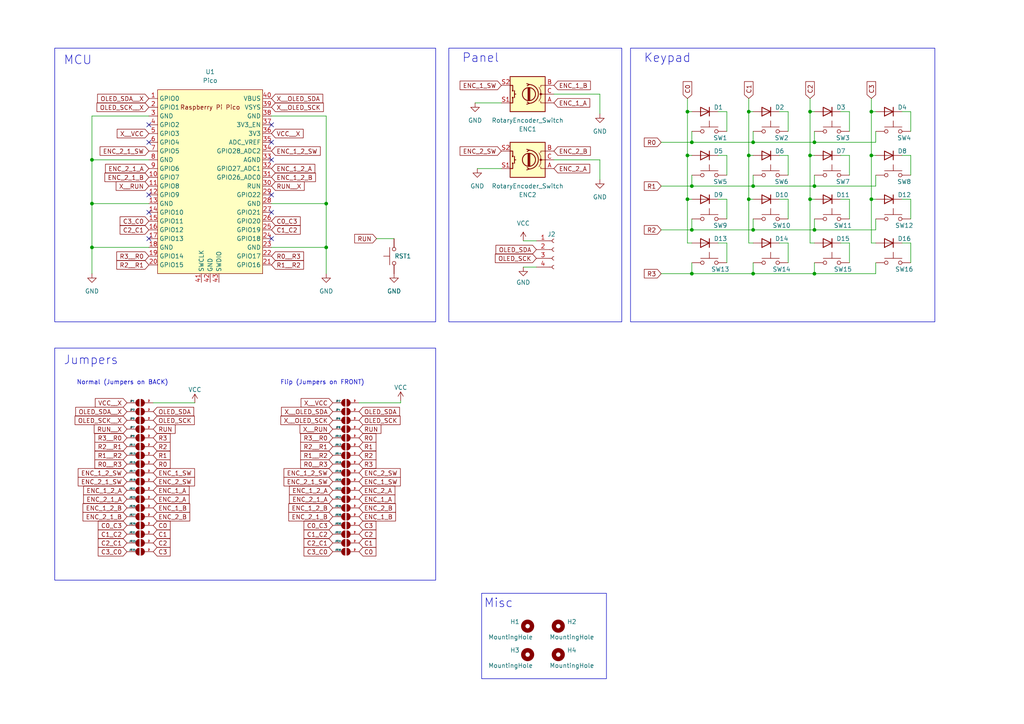
<source format=kicad_sch>
(kicad_sch (version 20230121) (generator eeschema)
  (paper "A4")
  (title_block (title "RPI Pico 4x4 Macropad /w 2x Rotary Switches") (date "2023-04-20") (rev "1.0") (company "Bogusław Łęcina i s-ka"))
  (lib_symbols
    (symbol "Connector:Conn_01x04_Socket" (pin_names (offset 1.016) hide)
      (property "Reference" "J" (at 0 5.08 0))
      (property "Value" "Conn_01x04_Socket" (at 0 -7.62 0))
      (symbol "Conn_01x04_Socket_1_1"
        (arc (start 0 -4.572) (mid -0.5058 -5.08) (end 0 -5.588) (stroke (width 0.1524)))
        (arc (start 0 -2.032) (mid -0.5058 -2.54) (end 0 -3.048) (stroke (width 0.1524)))
        (polyline (pts (xy -1.27 -5.08) (xy -0.508 -5.08)) (stroke (width 0.1524)))
        (polyline (pts (xy -1.27 -2.54) (xy -0.508 -2.54)) (stroke (width 0.1524)))
        (polyline (pts (xy -1.27 0) (xy -0.508 0)) (stroke (width 0.1524)))
        (polyline (pts (xy -1.27 2.54) (xy -0.508 2.54)) (stroke (width 0.1524)))
        (arc (start 0 0.508) (mid -0.5058 0) (end 0 -0.508) (stroke (width 0.1524)))
        (arc (start 0 3.048) (mid -0.5058 2.54) (end 0 2.032) (stroke (width 0.1524)))
        (pin passive line (at -5.08 2.54 0) (length 3.81) (name "Pin_1") (number "1"))
        (pin passive line (at -5.08 0 0) (length 3.81) (name "Pin_2") (number "2"))
        (pin passive line (at -5.08 -2.54 0) (length 3.81) (name "Pin_3") (number "3"))
        (pin passive line (at -5.08 -5.08 0) (length 3.81) (name "Pin_4") (number "4"))
      )
    )
    (symbol "Device:RotaryEncoder_Switch" (pin_names (offset 0.254) hide)
      (property "Reference" "SW" (at 0 6.604 0))
      (property "Value" "RotaryEncoder_Switch" (at 0 -6.604 0))
      (symbol "RotaryEncoder_Switch_0_1"
        (rectangle (start -5.08 5.08) (end 5.08 -5.08) (stroke (width 0.254)) (fill (type background)))
        (circle (center -3.81 0) (radius 0.254) (fill (type outline)))
        (circle (center -0.381 0) (radius 1.905) (stroke (width 0.254)))
        (arc (start -0.381 2.667) (mid -3.0988 -0.0635) (end -0.381 -2.794) (stroke (width 0.254)))
        (polyline (pts (xy -0.635 -1.778) (xy -0.635 1.778)) (stroke (width 0.254)))
        (polyline (pts (xy -0.381 -1.778) (xy -0.381 1.778)) (stroke (width 0.254)))
        (polyline (pts (xy -0.127 1.778) (xy -0.127 -1.778)) (stroke (width 0.254)))
        (polyline (pts (xy 3.81 0) (xy 3.429 0)) (stroke (width 0.254)))
        (polyline (pts (xy 3.81 1.016) (xy 3.81 -1.016)) (stroke (width 0.254)))
        (polyline (pts (xy -5.08 -2.54) (xy -3.81 -2.54) (xy -3.81 -2.032)))
        (polyline (pts (xy -5.08 2.54) (xy -3.81 2.54) (xy -3.81 2.032)))
        (polyline (pts (xy 0.254 -3.048) (xy -0.508 -2.794) (xy 0.127 -2.413)) (stroke (width 0.254)))
        (polyline (pts (xy 0.254 2.921) (xy -0.508 2.667) (xy 0.127 2.286)) (stroke (width 0.254)))
        (polyline (pts (xy 5.08 -2.54) (xy 4.318 -2.54) (xy 4.318 -1.016)) (stroke (width 0.254)))
        (polyline (pts (xy 5.08 2.54) (xy 4.318 2.54) (xy 4.318 1.016)) (stroke (width 0.254)))
        (polyline (pts (xy -5.08 0) (xy -3.81 0) (xy -3.81 -1.016) (xy -3.302 -2.032)))
        (polyline (pts (xy -4.318 0) (xy -3.81 0) (xy -3.81 1.016) (xy -3.302 2.032)))
        (circle (center 4.318 -1.016) (radius 0.127) (stroke (width 0.254)))
        (circle (center 4.318 1.016) (radius 0.127) (stroke (width 0.254)))
      )
      (symbol "RotaryEncoder_Switch_1_1"
        (pin passive line (at -7.62 2.54 0) (length 2.54) (name "A") (number "A"))
        (pin passive line (at -7.62 -2.54 0) (length 2.54) (name "B") (number "B"))
        (pin passive line (at -7.62 0 0) (length 2.54) (name "C") (number "C"))
        (pin passive line (at 7.62 2.54 180) (length 2.54) (name "S1") (number "S1"))
        (pin passive line (at 7.62 -2.54 180) (length 2.54) (name "S2") (number "S2"))
      )
    )
    (symbol "Diode:1N4148" (pin_numbers hide) (pin_names (offset 1.016) hide)
      (property "Reference" "D" (at 0 2.54 0))
      (property "Value" "1N4148" (at 0 -2.54 0))
      (symbol "1N4148_0_1"
        (polyline (pts (xy -1.27 1.27) (xy -1.27 -1.27)) (stroke (width 0.254)))
        (polyline (pts (xy 1.27 0) (xy -1.27 0)))
        (polyline (pts (xy 1.27 1.27) (xy 1.27 -1.27) (xy -1.27 0) (xy 1.27 1.27)) (stroke (width 0.254)))
      )
      (symbol "1N4148_1_1"
        (pin passive line (at -3.81 0 0) (length 2.54) (name "K") (number "1"))
        (pin passive line (at 3.81 0 180) (length 2.54) (name "A") (number "2"))
      )
    )
    (symbol "Jumper:SolderJumper_2_Open" (pin_names (offset 0) hide)
      (property "Reference" "JP15" (at -2.286 0.508 0))
      (symbol "SolderJumper_2_Open_0_1"
        (arc (start -0.254 1.016) (mid -1.2656 0) (end -0.254 -1.016))
        (arc (start -0.254 1.016) (mid -1.2656 0) (end -0.254 -1.016) (fill (type outline)))
        (polyline (pts (xy -0.254 1.016) (xy -0.254 -1.016)))
        (polyline (pts (xy 0.254 1.016) (xy 0.254 -1.016)))
        (arc (start 0.254 -1.016) (mid 1.2656 0) (end 0.254 1.016))
        (arc (start 0.254 -1.016) (mid 1.2656 0) (end 0.254 1.016) (fill (type outline)))
      )
      (symbol "SolderJumper_2_Open_1_1"
        (pin passive line (at -3.81 0 0) (length 2.54) (name "A") (number "1"))
        (pin passive line (at 3.81 0 180) (length 2.54) (name "B") (number "2"))
      )
    )
    (symbol "MCU_RaspberryPi_and_Boards:Pico"
      (property "Reference" "U1" (at 0 31.877 0))
      (property "Value" "Pico" (at 0 29.337 0))
      (symbol "Pico_0_0"
        (text "Raspberry Pi Pico" (at 0 21.59 0) (effects (font (size 1.27 1.27))))
      )
      (symbol "Pico_0_1"
        (rectangle (start -15.24 26.67) (end 15.24 -26.67) (fill (type background)))
      )
      (symbol "Pico_1_1"
        (pin bidirectional line (at -17.78 24.13 0) (length 2.54) (name "GPIO0") (number "1"))
        (pin bidirectional line (at -17.78 1.27 0) (length 2.54) (name "GPIO7") (number "10"))
        (pin bidirectional line (at -17.78 -1.27 0) (length 2.54) (name "GPIO8") (number "11"))
        (pin bidirectional line (at -17.78 -3.81 0) (length 2.54) (name "GPIO9") (number "12"))
        (pin power_in line (at -17.78 -6.35 0) (length 2.54) (name "GND") (number "13"))
        (pin bidirectional line (at -17.78 -8.89 0) (length 2.54) (name "GPIO10") (number "14"))
        (pin bidirectional line (at -17.78 -11.43 0) (length 2.54) (name "GPIO11") (number "15"))
        (pin bidirectional line (at -17.78 -13.97 0) (length 2.54) (name "GPIO12") (number "16"))
        (pin bidirectional line (at -17.78 -16.51 0) (length 2.54) (name "GPIO13") (number "17"))
        (pin power_in line (at -17.78 -19.05 0) (length 2.54) (name "GND") (number "18"))
        (pin bidirectional line (at -17.78 -21.59 0) (length 2.54) (name "GPIO14") (number "19"))
        (pin bidirectional line (at -17.78 21.59 0) (length 2.54) (name "GPIO1") (number "2"))
        (pin bidirectional line (at -17.78 -24.13 0) (length 2.54) (name "GPIO15") (number "20"))
        (pin bidirectional line (at 17.78 -24.13 180) (length 2.54) (name "GPIO16") (number "21"))
        (pin bidirectional line (at 17.78 -21.59 180) (length 2.54) (name "GPIO17") (number "22"))
        (pin power_in line (at 17.78 -19.05 180) (length 2.54) (name "GND") (number "23"))
        (pin bidirectional line (at 17.78 -16.51 180) (length 2.54) (name "GPIO18") (number "24"))
        (pin bidirectional line (at 17.78 -13.97 180) (length 2.54) (name "GPIO19") (number "25"))
        (pin bidirectional line (at 17.78 -11.43 180) (length 2.54) (name "GPIO20") (number "26"))
        (pin bidirectional line (at 17.78 -8.89 180) (length 2.54) (name "GPIO21") (number "27"))
        (pin power_in line (at 17.78 -6.35 180) (length 2.54) (name "GND") (number "28"))
        (pin bidirectional line (at 17.78 -3.81 180) (length 2.54) (name "GPIO22") (number "29"))
        (pin power_in line (at -17.78 19.05 0) (length 2.54) (name "GND") (number "3"))
        (pin input line (at 17.78 -1.27 180) (length 2.54) (name "RUN") (number "30"))
        (pin bidirectional line (at 17.78 1.27 180) (length 2.54) (name "GPIO26_ADC0") (number "31"))
        (pin bidirectional line (at 17.78 3.81 180) (length 2.54) (name "GPIO27_ADC1") (number "32"))
        (pin power_in line (at 17.78 6.35 180) (length 2.54) (name "AGND") (number "33"))
        (pin bidirectional line (at 17.78 8.89 180) (length 2.54) (name "GPIO28_ADC2") (number "34"))
        (pin power_in line (at 17.78 11.43 180) (length 2.54) (name "ADC_VREF") (number "35"))
        (pin power_in line (at 17.78 13.97 180) (length 2.54) (name "3V3") (number "36"))
        (pin input line (at 17.78 16.51 180) (length 2.54) (name "3V3_EN") (number "37"))
        (pin bidirectional line (at 17.78 19.05 180) (length 2.54) (name "GND") (number "38"))
        (pin power_in line (at 17.78 21.59 180) (length 2.54) (name "VSYS") (number "39"))
        (pin bidirectional line (at -17.78 16.51 0) (length 2.54) (name "GPIO2") (number "4"))
        (pin power_in line (at 17.78 24.13 180) (length 2.54) (name "VBUS") (number "40"))
        (pin input line (at -2.54 -29.21 90) (length 2.54) (name "SWCLK") (number "41"))
        (pin power_in line (at 0 -29.21 90) (length 2.54) (name "GND") (number "42"))
        (pin bidirectional line (at 2.54 -29.21 90) (length 2.54) (name "SWDIO") (number "43"))
        (pin bidirectional line (at -17.78 13.97 0) (length 2.54) (name "GPIO3") (number "5"))
        (pin bidirectional line (at -17.78 11.43 0) (length 2.54) (name "GPIO4") (number "6"))
        (pin bidirectional line (at -17.78 8.89 0) (length 2.54) (name "GPIO5") (number "7"))
        (pin power_in line (at -17.78 6.35 0) (length 2.54) (name "GND") (number "8"))
        (pin bidirectional line (at -17.78 3.81 0) (length 2.54) (name "GPIO6") (number "9"))
      )
    )
    (symbol "Mechanical:MountingHole" (pin_names (offset 1.016))
      (property "Reference" "H" (at 0 5.08 0))
      (property "Value" "MountingHole" (at 0 3.175 0))
      (symbol "MountingHole_0_1"
        (circle (center 0 0) (radius 1.27) (stroke (width 1.27)))
      )
    )
    (symbol "Switch:SW_Push" (pin_numbers hide) (pin_names (offset 1.016) hide)
      (property "Reference" "SW" (at 1.27 2.54 0))
      (property "Value" "SW_Push" (at 0 -1.524 0))
      (symbol "SW_Push_0_1"
        (circle (center -2.032 0) (radius 0.508))
        (polyline (pts (xy 0 1.27) (xy 0 3.048)))
        (polyline (pts (xy 2.54 1.27) (xy -2.54 1.27)))
        (circle (center 2.032 0) (radius 0.508))
        (pin passive line (at -5.08 0 0) (length 2.54) (name "1") (number "1"))
        (pin passive line (at 5.08 0 180) (length 2.54) (name "2") (number "2"))
      )
    )
    (symbol "power:GND" (power) (pin_names (offset 0))
      (property "Value" "GND" (at 0 -3.81 0))
      (symbol "GND_0_1"
        (polyline (pts (xy 0 0) (xy 0 -1.27) (xy 1.27 -1.27) (xy 0 -2.54) (xy -1.27 -1.27) (xy 0 -1.27)))
      )
      (symbol "GND_1_1"
        (pin power_in line (at 0 0 270) (length 0) hide (name "GND") (number "1"))
      )
    )
    (symbol "power:VCC" (power) (pin_names (offset 0))
      (property "Value" "VCC" (at 0 3.81 0))
      (symbol "VCC_0_1"
        (polyline (pts (xy -0.762 1.27) (xy 0 2.54)))
        (polyline (pts (xy 0 0) (xy 0 2.54)))
        (polyline (pts (xy 0 2.54) (xy 0.762 1.27)))
      )
      (symbol "VCC_1_1"
        (pin power_in line (at 0 0 90) (length 0) hide (name "VCC") (number "1"))
      )
    )
  )
  (junction (at 26.67 46.355))
  (junction (at 94.615 71.755))
  (junction (at 218.44 79.375))
  (junction (at 199.39 45.085))
  (junction (at 236.22 41.275))
  (junction (at 252.73 45.085))
  (junction (at 252.73 57.785))
  (junction (at 217.17 45.085))
  (junction (at 200.66 41.275))
  (junction (at 217.17 57.785))
  (junction (at 217.17 32.385))
  (junction (at 199.39 57.785))
  (junction (at 199.39 32.385))
  (junction (at 26.67 59.055))
  (junction (at 236.22 66.675))
  (junction (at 252.73 32.385))
  (junction (at 218.44 66.675))
  (junction (at 200.66 53.975))
  (junction (at 218.44 41.275))
  (junction (at 200.66 66.675))
  (junction (at 234.95 57.785))
  (junction (at 200.66 79.375))
  (junction (at 26.67 71.755))
  (junction (at 234.95 32.385))
  (junction (at 236.22 79.375))
  (junction (at 218.44 53.975))
  (junction (at 94.615 59.055))
  (junction (at 236.22 53.975))
  (junction (at 234.95 45.085))
  (no_connect (at 78.74 36.195))
  (no_connect (at 43.18 36.195))
  (no_connect (at 43.18 61.595))
  (no_connect (at 43.18 56.515))
  (no_connect (at 43.18 69.215))
  (no_connect (at 78.74 46.355))
  (no_connect (at 78.74 41.275))
  (no_connect (at 78.74 69.215))
  (no_connect (at 78.74 56.515))
  (no_connect (at 78.74 61.595))
  (no_connect (at 43.18 41.275))
  (wire (pts (xy 264.16 70.485) (xy 261.62 70.485)))
  (wire (pts (xy 264.16 63.5) (xy 264.16 57.785)))
  (wire (pts (xy 94.615 71.755) (xy 94.615 79.375)))
  (wire (pts (xy 210.82 38.1) (xy 210.82 32.385)))
  (wire (pts (xy 26.67 46.355) (xy 26.67 59.055)))
  (wire (pts (xy 210.82 50.8) (xy 210.82 45.085)))
  (wire (pts (xy 236.22 38.1) (xy 236.22 41.275)))
  (wire (pts (xy 210.82 63.5) (xy 210.82 57.785)))
  (wire (pts (xy 246.38 38.1) (xy 246.38 32.385)))
  (wire (pts (xy 234.95 57.785) (xy 234.95 45.085)))
  (wire (pts (xy 200.66 38.1) (xy 200.66 41.275)))
  (wire (pts (xy 228.6 76.2) (xy 228.6 70.485)))
  (wire (pts (xy 217.17 28.575) (xy 217.17 32.385)))
  (wire (pts (xy 234.95 32.385) (xy 236.22 32.385)))
  (wire (pts (xy 210.82 45.085) (xy 208.28 45.085)))
  (wire (pts (xy 138.43 48.895) (xy 145.415 48.895)))
  (wire (pts (xy 246.38 76.2) (xy 246.38 70.485)))
  (wire (pts (xy 228.6 32.385) (xy 226.06 32.385)))
  (wire (pts (xy 246.38 63.5) (xy 246.38 57.785)))
  (wire (pts (xy 246.38 32.385) (xy 243.84 32.385)))
  (wire (pts (xy 26.67 59.055) (xy 26.67 71.755)))
  (wire (pts (xy 94.615 59.055) (xy 94.615 71.755)))
  (wire (pts (xy 236.22 66.675) (xy 254 66.675)))
  (wire (pts (xy 264.16 32.385) (xy 261.62 32.385)))
  (wire (pts (xy 252.73 32.385) (xy 254 32.385)))
  (wire (pts (xy 173.99 27.305) (xy 173.99 33.02)))
  (wire (pts (xy 200.66 79.375) (xy 218.44 79.375)))
  (wire (pts (xy 218.44 66.675) (xy 236.22 66.675)))
  (wire (pts (xy 78.74 71.755) (xy 94.615 71.755)))
  (wire (pts (xy 234.95 28.575) (xy 234.95 32.385)))
  (wire (pts (xy 217.17 45.085) (xy 218.44 45.085)))
  (wire (pts (xy 104.14 116.84) (xy 116.205 116.84)))
  (wire (pts (xy 200.66 70.485) (xy 199.39 70.485)))
  (wire (pts (xy 210.82 32.385) (xy 208.28 32.385)))
  (wire (pts (xy 228.6 70.485) (xy 226.06 70.485)))
  (wire (pts (xy 228.6 38.1) (xy 228.6 32.385)))
  (wire (pts (xy 26.67 59.055) (xy 43.18 59.055)))
  (wire (pts (xy 218.44 38.1) (xy 218.44 41.275)))
  (wire (pts (xy 236.22 50.8) (xy 236.22 53.975)))
  (wire (pts (xy 200.66 76.2) (xy 200.66 79.375)))
  (wire (pts (xy 234.95 70.485) (xy 234.95 57.785)))
  (wire (pts (xy 236.22 63.5) (xy 236.22 66.675)))
  (wire (pts (xy 218.44 50.8) (xy 218.44 53.975)))
  (wire (pts (xy 254 57.785) (xy 252.73 57.785)))
  (wire (pts (xy 228.6 63.5) (xy 228.6 57.785)))
  (wire (pts (xy 137.795 29.845) (xy 145.415 29.845)))
  (wire (pts (xy 236.22 70.485) (xy 234.95 70.485)))
  (wire (pts (xy 254 79.375) (xy 254 76.2)))
  (wire (pts (xy 109.22 69.215) (xy 114.3 69.215)))
  (wire (pts (xy 199.39 32.385) (xy 199.39 45.085)))
  (wire (pts (xy 26.67 71.755) (xy 43.18 71.755)))
  (wire (pts (xy 252.73 45.085) (xy 254 45.085)))
  (wire (pts (xy 218.44 79.375) (xy 236.22 79.375)))
  (wire (pts (xy 43.18 33.655) (xy 26.67 33.655)))
  (wire (pts (xy 228.6 45.085) (xy 226.06 45.085)))
  (wire (pts (xy 264.16 57.785) (xy 261.62 57.785)))
  (wire (pts (xy 246.38 70.485) (xy 243.84 70.485)))
  (wire (pts (xy 116.205 116.84) (xy 116.205 116.205)))
  (wire (pts (xy 236.22 79.375) (xy 254 79.375)))
  (wire (pts (xy 199.39 28.575) (xy 199.39 32.385)))
  (wire (pts (xy 217.17 32.385) (xy 217.17 45.085)))
  (wire (pts (xy 228.6 57.785) (xy 226.06 57.785)))
  (wire (pts (xy 94.615 33.655) (xy 94.615 59.055)))
  (wire (pts (xy 199.39 32.385) (xy 200.66 32.385)))
  (wire (pts (xy 173.99 46.355) (xy 173.99 52.07)))
  (wire (pts (xy 252.73 70.485) (xy 252.73 57.785)))
  (wire (pts (xy 191.77 41.275) (xy 200.66 41.275)))
  (wire (pts (xy 236.22 53.975) (xy 254 53.975)))
  (wire (pts (xy 218.44 41.275) (xy 200.66 41.275)))
  (wire (pts (xy 254 63.5) (xy 254 66.675)))
  (wire (pts (xy 254 53.975) (xy 254 50.8)))
  (wire (pts (xy 78.74 33.655) (xy 94.615 33.655)))
  (wire (pts (xy 218.44 63.5) (xy 218.44 66.675)))
  (wire (pts (xy 236.22 57.785) (xy 234.95 57.785)))
  (wire (pts (xy 252.73 28.575) (xy 252.73 32.385)))
  (wire (pts (xy 200.66 57.785) (xy 199.39 57.785)))
  (wire (pts (xy 254 70.485) (xy 252.73 70.485)))
  (wire (pts (xy 264.16 38.1) (xy 264.16 32.385)))
  (wire (pts (xy 151.765 77.47) (xy 155.575 77.47)))
  (wire (pts (xy 26.67 33.655) (xy 26.67 46.355)))
  (wire (pts (xy 199.39 70.485) (xy 199.39 57.785)))
  (wire (pts (xy 236.22 41.275) (xy 254 41.275)))
  (wire (pts (xy 236.22 76.2) (xy 236.22 79.375)))
  (wire (pts (xy 252.73 32.385) (xy 252.73 45.085)))
  (wire (pts (xy 218.44 41.275) (xy 236.22 41.275)))
  (wire (pts (xy 160.655 27.305) (xy 173.99 27.305)))
  (wire (pts (xy 218.44 53.975) (xy 236.22 53.975)))
  (wire (pts (xy 218.44 76.2) (xy 218.44 79.375)))
  (wire (pts (xy 44.45 116.84) (xy 56.515 116.84)))
  (wire (pts (xy 200.66 66.675) (xy 218.44 66.675)))
  (wire (pts (xy 246.38 50.8) (xy 246.38 45.085)))
  (wire (pts (xy 191.77 66.675) (xy 200.66 66.675)))
  (wire (pts (xy 151.765 69.85) (xy 155.575 69.85)))
  (wire (pts (xy 200.66 50.8) (xy 200.66 53.975)))
  (wire (pts (xy 217.17 57.785) (xy 217.17 45.085)))
  (wire (pts (xy 264.16 45.085) (xy 261.62 45.085)))
  (wire (pts (xy 191.77 53.975) (xy 200.66 53.975)))
  (wire (pts (xy 200.66 63.5) (xy 200.66 66.675)))
  (wire (pts (xy 200.66 53.975) (xy 218.44 53.975)))
  (wire (pts (xy 234.95 45.085) (xy 236.22 45.085)))
  (wire (pts (xy 234.95 32.385) (xy 234.95 45.085)))
  (wire (pts (xy 199.39 45.085) (xy 200.66 45.085)))
  (wire (pts (xy 218.44 57.785) (xy 217.17 57.785)))
  (wire (pts (xy 228.6 50.8) (xy 228.6 45.085)))
  (wire (pts (xy 254 38.1) (xy 254 41.275)))
  (wire (pts (xy 264.16 50.8) (xy 264.16 45.085)))
  (wire (pts (xy 26.67 46.355) (xy 43.18 46.355)))
  (wire (pts (xy 246.38 45.085) (xy 243.84 45.085)))
  (wire (pts (xy 191.77 79.375) (xy 200.66 79.375)))
  (wire (pts (xy 217.17 70.485) (xy 217.17 57.785)))
  (wire (pts (xy 210.82 57.785) (xy 208.28 57.785)))
  (wire (pts (xy 26.67 71.755) (xy 26.67 79.375)))
  (wire (pts (xy 252.73 57.785) (xy 252.73 45.085)))
  (wire (pts (xy 246.38 57.785) (xy 243.84 57.785)))
  (wire (pts (xy 199.39 57.785) (xy 199.39 45.085)))
  (wire (pts (xy 217.17 32.385) (xy 218.44 32.385)))
  (wire (pts (xy 264.16 76.2) (xy 264.16 70.485)))
  (wire (pts (xy 78.74 59.055) (xy 94.615 59.055)))
  (wire (pts (xy 160.655 46.355) (xy 173.99 46.355)))
  (wire (pts (xy 210.82 70.485) (xy 208.28 70.485)))
  (wire (pts (xy 218.44 70.485) (xy 217.17 70.485)))
  (wire (pts (xy 210.82 76.2) (xy 210.82 70.485)))
  (rectangle (start 139.7 172.085) (end 175.895 196.85))
  (rectangle (start 182.88 13.97) (end 271.145 93.345))
  (rectangle (start 15.875 13.97) (end 126.365 93.345))
  (rectangle (start 130.175 13.97) (end 180.34 93.345))
  (rectangle (start 15.875 100.965) (end 126.365 168.275))
  (text "Keypad" (at 186.69 18.415 0) (effects (font (size 2.54 2.54)) (justify left bottom)))
  (text "Misc" (at 140.335 176.53 0) (effects (font (size 2.54 2.54)) (justify left bottom)))
  (text "Jumpers" (at 18.415 106.045 0) (effects (font (size 2.54 2.54)) (justify left bottom)))
  (text "Flip (Jumpers on FRONT)" (at 81.28 111.76 0) (effects (font (size 1.27 1.27)) (justify left bottom)))
  (text "Normal (Jumpers on BACK)" (at 22.225 111.76 0) (effects (font (size 1.27 1.27)) (justify left bottom)))
  (text "MCU" (at 18.415 19.05 0) (effects (font (size 2.54 2.54)) (justify left bottom)))
  (text "Panel" (at 133.985 18.415 0) (effects (font (size 2.54 2.54)) (justify left bottom)))
  (global_label "R3__R0" (shape input) (at 43.18 74.295 180) (property "Intersheetrefs" "${INTERSHEET_REFS}" (effects hide)))
  (global_label "X__VCC" (shape input) (at 43.18 38.735 180) (property "Intersheetrefs" "${INTERSHEET_REFS}" (effects hide)))
  (global_label "X__OLED_SDA" (shape input) (at 96.52 119.38 180) (property "Intersheetrefs" "${INTERSHEET_REFS}" (effects hide)))
  (global_label "ENC_2_1_B" (shape input) (at 36.83 149.86 180) (property "Intersheetrefs" "${INTERSHEET_REFS}" (effects hide)))
  (global_label "R2" (shape input) (at 44.45 129.54 0) (property "Intersheetrefs" "${INTERSHEET_REFS}" (effects hide)))
  (global_label "R1" (shape input) (at 44.45 132.08 0) (property "Intersheetrefs" "${INTERSHEET_REFS}" (effects hide)))
  (global_label "ENC_2_SW" (shape input) (at 44.45 139.7 0) (property "Intersheetrefs" "${INTERSHEET_REFS}" (effects hide)))
  (global_label "X__OLED_SDA" (shape input) (at 78.74 28.575 0) (property "Intersheetrefs" "${INTERSHEET_REFS}" (effects hide)))
  (global_label "VCC__X" (shape input) (at 78.74 38.735 0) (property "Intersheetrefs" "${INTERSHEET_REFS}" (effects hide)))
  (global_label "R1" (shape input) (at 104.14 129.54 0) (property "Intersheetrefs" "${INTERSHEET_REFS}" (effects hide)))
  (global_label "C3_C0" (shape input) (at 36.83 160.02 180) (property "Intersheetrefs" "${INTERSHEET_REFS}" (effects hide)))
  (global_label "ENC_2_1_SW" (shape input) (at 36.83 139.7 180) (property "Intersheetrefs" "${INTERSHEET_REFS}" (effects hide)))
  (global_label "ENC_2_B" (shape input) (at 160.655 43.815 0) (property "Intersheetrefs" "${INTERSHEET_REFS}" (effects hide)))
  (global_label "C0_C3" (shape input) (at 78.74 64.135 0) (property "Intersheetrefs" "${INTERSHEET_REFS}" (effects hide)))
  (global_label "X__VCC" (shape input) (at 96.52 116.84 180) (property "Intersheetrefs" "${INTERSHEET_REFS}" (effects hide)))
  (global_label "C0" (shape input) (at 104.14 160.02 0) (property "Intersheetrefs" "${INTERSHEET_REFS}" (effects hide)))
  (global_label "C2_C1" (shape input) (at 43.18 66.675 180) (property "Intersheetrefs" "${INTERSHEET_REFS}" (effects hide)))
  (global_label "ENC_1_A" (shape input) (at 104.14 144.78 0) (property "Intersheetrefs" "${INTERSHEET_REFS}" (effects hide)))
  (global_label "ENC_2_A" (shape input) (at 104.14 142.24 0) (property "Intersheetrefs" "${INTERSHEET_REFS}" (effects hide)))
  (global_label "R3__R0" (shape input) (at 96.52 127 180) (property "Intersheetrefs" "${INTERSHEET_REFS}" (effects hide)))
  (global_label "ENC_2_1_SW" (shape input) (at 96.52 139.7 180) (property "Intersheetrefs" "${INTERSHEET_REFS}" (effects hide)))
  (global_label "ENC_2_1_A" (shape input) (at 43.18 48.895 180) (property "Intersheetrefs" "${INTERSHEET_REFS}" (effects hide)))
  (global_label "ENC_1_2_B" (shape input) (at 36.83 147.32 180) (property "Intersheetrefs" "${INTERSHEET_REFS}" (effects hide)))
  (global_label "C1" (shape input) (at 104.14 157.48 0) (property "Intersheetrefs" "${INTERSHEET_REFS}" (effects hide)))
  (global_label "C1" (shape input) (at 44.45 154.94 0) (property "Intersheetrefs" "${INTERSHEET_REFS}" (effects hide)))
  (global_label "ENC_2_A" (shape input) (at 160.655 48.895 0) (property "Intersheetrefs" "${INTERSHEET_REFS}" (effects hide)))
  (global_label "OLED_SDA" (shape input) (at 104.14 119.38 0) (property "Intersheetrefs" "${INTERSHEET_REFS}" (effects hide)))
  (global_label "C1_C2" (shape input) (at 96.52 154.94 180) (property "Intersheetrefs" "${INTERSHEET_REFS}" (effects hide)))
  (global_label "OLED_SDA__X" (shape input) (at 36.83 119.38 180) (property "Intersheetrefs" "${INTERSHEET_REFS}" (effects hide)))
  (global_label "C0" (shape input) (at 44.45 152.4 0) (property "Intersheetrefs" "${INTERSHEET_REFS}" (effects hide)))
  (global_label "C3" (shape input) (at 104.14 152.4 0) (property "Intersheetrefs" "${INTERSHEET_REFS}" (effects hide)))
  (global_label "RUN" (shape input) (at 104.14 124.46 0) (property "Intersheetrefs" "${INTERSHEET_REFS}" (effects hide)))
  (global_label "ENC_2_1_B" (shape input) (at 43.18 51.435 180) (property "Intersheetrefs" "${INTERSHEET_REFS}" (effects hide)))
  (global_label "VCC__X" (shape input) (at 36.83 116.84 180) (property "Intersheetrefs" "${INTERSHEET_REFS}" (effects hide)))
  (global_label "C2" (shape input) (at 44.45 157.48 0) (property "Intersheetrefs" "${INTERSHEET_REFS}" (effects hide)))
  (global_label "R0" (shape input) (at 104.14 127 0) (property "Intersheetrefs" "${INTERSHEET_REFS}" (effects hide)))
  (global_label "C3" (shape input) (at 252.73 28.575 90) (property "Intersheetrefs" "${INTERSHEET_REFS}" (effects hide)))
  (global_label "C0_C3" (shape input) (at 96.52 152.4 180) (property "Intersheetrefs" "${INTERSHEET_REFS}" (effects hide)))
  (global_label "R1" (shape input) (at 191.77 53.975 180) (property "Intersheetrefs" "${INTERSHEET_REFS}" (effects hide)))
  (global_label "X__RUN" (shape input) (at 43.18 53.975 180) (property "Intersheetrefs" "${INTERSHEET_REFS}" (effects hide)))
  (global_label "R3" (shape input) (at 104.14 134.62 0) (property "Intersheetrefs" "${INTERSHEET_REFS}" (effects hide)))
  (global_label "C2_C1" (shape input) (at 96.52 157.48 180) (property "Intersheetrefs" "${INTERSHEET_REFS}" (effects hide)))
  (global_label "R2" (shape input) (at 191.77 66.675 180) (property "Intersheetrefs" "${INTERSHEET_REFS}" (effects hide)))
  (global_label "ENC_2_1_SW" (shape input) (at 43.18 43.815 180) (property "Intersheetrefs" "${INTERSHEET_REFS}" (effects hide)))
  (global_label "C0" (shape input) (at 199.39 28.575 90) (property "Intersheetrefs" "${INTERSHEET_REFS}" (effects hide)))
  (global_label "C2_C1" (shape input) (at 36.83 157.48 180) (property "Intersheetrefs" "${INTERSHEET_REFS}" (effects hide)))
  (global_label "ENC_2_B" (shape input) (at 44.45 149.86 0) (property "Intersheetrefs" "${INTERSHEET_REFS}" (effects hide)))
  (global_label "R2__R1" (shape input) (at 96.52 129.54 180) (property "Intersheetrefs" "${INTERSHEET_REFS}" (effects hide)))
  (global_label "ENC_2_SW" (shape input) (at 145.415 43.815 180) (property "Intersheetrefs" "${INTERSHEET_REFS}" (effects hide)))
  (global_label "ENC_1_B" (shape input) (at 44.45 147.32 0) (property "Intersheetrefs" "${INTERSHEET_REFS}" (effects hide)))
  (global_label "ENC_2_SW" (shape input) (at 104.14 137.16 0) (property "Intersheetrefs" "${INTERSHEET_REFS}" (effects hide)))
  (global_label "ENC_1_2_SW" (shape input) (at 36.83 137.16 180) (property "Intersheetrefs" "${INTERSHEET_REFS}" (effects hide)))
  (global_label "C1_C2" (shape input) (at 78.74 66.675 0) (property "Intersheetrefs" "${INTERSHEET_REFS}" (effects hide)))
  (global_label "C1" (shape input) (at 217.17 28.575 90) (property "Intersheetrefs" "${INTERSHEET_REFS}" (effects hide)))
  (global_label "R3__R0" (shape input) (at 36.83 127 180) (property "Intersheetrefs" "${INTERSHEET_REFS}" (effects hide)))
  (global_label "RUN__X" (shape input) (at 36.83 124.46 180) (property "Intersheetrefs" "${INTERSHEET_REFS}" (effects hide)))
  (global_label "R2" (shape input) (at 104.14 132.08 0) (property "Intersheetrefs" "${INTERSHEET_REFS}" (effects hide)))
  (global_label "ENC_1_2_B" (shape input) (at 96.52 147.32 180) (property "Intersheetrefs" "${INTERSHEET_REFS}" (effects hide)))
  (global_label "ENC_2_1_B" (shape input) (at 96.52 149.86 180) (property "Intersheetrefs" "${INTERSHEET_REFS}" (effects hide)))
  (global_label "RUN__X" (shape input) (at 78.74 53.975 0) (property "Intersheetrefs" "${INTERSHEET_REFS}" (effects hide)))
  (global_label "C1_C2" (shape input) (at 36.83 154.94 180) (property "Intersheetrefs" "${INTERSHEET_REFS}" (effects hide)))
  (global_label "ENC_1_2_SW" (shape input) (at 96.52 137.16 180) (property "Intersheetrefs" "${INTERSHEET_REFS}" (effects hide)))
  (global_label "R1__R2" (shape input) (at 78.74 76.835 0) (property "Intersheetrefs" "${INTERSHEET_REFS}" (effects hide)))
  (global_label "C0_C3" (shape input) (at 36.83 152.4 180) (property "Intersheetrefs" "${INTERSHEET_REFS}" (effects hide)))
  (global_label "R0" (shape input) (at 44.45 134.62 0) (property "Intersheetrefs" "${INTERSHEET_REFS}" (effects hide)))
  (global_label "R0__R3" (shape input) (at 78.74 74.295 0) (property "Intersheetrefs" "${INTERSHEET_REFS}" (effects hide)))
  (global_label "R0" (shape input) (at 191.77 41.275 180) (property "Intersheetrefs" "${INTERSHEET_REFS}" (effects hide)))
  (global_label "ENC_2_1_A" (shape input) (at 36.83 144.78 180) (property "Intersheetrefs" "${INTERSHEET_REFS}" (effects hide)))
  (global_label "R2__R1" (shape input) (at 43.18 76.835 180) (property "Intersheetrefs" "${INTERSHEET_REFS}" (effects hide)))
  (global_label "R1__R2" (shape input) (at 96.52 132.08 180) (property "Intersheetrefs" "${INTERSHEET_REFS}" (effects hide)))
  (global_label "R0__R3" (shape input) (at 36.83 134.62 180) (property "Intersheetrefs" "${INTERSHEET_REFS}" (effects hide)))
  (global_label "OLED_SCK" (shape input) (at 155.575 74.93 180) (property "Intersheetrefs" "${INTERSHEET_REFS}" (effects hide)))
  (global_label "ENC_1_B" (shape input) (at 104.14 149.86 0) (property "Intersheetrefs" "${INTERSHEET_REFS}" (effects hide)))
  (global_label "ENC_1_2_SW" (shape input) (at 78.74 43.815 0) (property "Intersheetrefs" "${INTERSHEET_REFS}" (effects hide)))
  (global_label "C3" (shape input) (at 44.45 160.02 0) (property "Intersheetrefs" "${INTERSHEET_REFS}" (effects hide)))
  (global_label "ENC_1_SW" (shape input) (at 145.415 24.765 180) (property "Intersheetrefs" "${INTERSHEET_REFS}" (effects hide)))
  (global_label "C3_C0" (shape input) (at 96.52 160.02 180) (property "Intersheetrefs" "${INTERSHEET_REFS}" (effects hide)))
  (global_label "ENC_1_2_A" (shape input) (at 36.83 142.24 180) (property "Intersheetrefs" "${INTERSHEET_REFS}" (effects hide)))
  (global_label "R2__R1" (shape input) (at 36.83 129.54 180) (property "Intersheetrefs" "${INTERSHEET_REFS}" (effects hide)))
  (global_label "X__OLED_SCK" (shape input) (at 78.74 31.115 0) (property "Intersheetrefs" "${INTERSHEET_REFS}" (effects hide)))
  (global_label "OLED_SCK" (shape input) (at 104.14 121.92 0) (property "Intersheetrefs" "${INTERSHEET_REFS}" (effects hide)))
  (global_label "X__RUN" (shape input) (at 96.52 124.46 180) (property "Intersheetrefs" "${INTERSHEET_REFS}" (effects hide)))
  (global_label "ENC_1_B" (shape input) (at 160.655 24.765 0) (property "Intersheetrefs" "${INTERSHEET_REFS}" (effects hide)))
  (global_label "OLED_SCK__X" (shape input) (at 43.18 31.115 180) (property "Intersheetrefs" "${INTERSHEET_REFS}" (effects hide)))
  (global_label "C3_C0" (shape input) (at 43.18 64.135 180) (property "Intersheetrefs" "${INTERSHEET_REFS}" (effects hide)))
  (global_label "ENC_2_A" (shape input) (at 44.45 144.78 0) (property "Intersheetrefs" "${INTERSHEET_REFS}" (effects hide)))
  (global_label "OLED_SCK__X" (shape input) (at 36.83 121.92 180) (property "Intersheetrefs" "${INTERSHEET_REFS}" (effects hide)))
  (global_label "OLED_SDA" (shape input) (at 155.575 72.39 180) (property "Intersheetrefs" "${INTERSHEET_REFS}" (effects hide)))
  (global_label "RUN" (shape input) (at 44.45 124.46 0) (property "Intersheetrefs" "${INTERSHEET_REFS}" (effects hide)))
  (global_label "C2" (shape input) (at 104.14 154.94 0) (property "Intersheetrefs" "${INTERSHEET_REFS}" (effects hide)))
  (global_label "ENC_2_1_A" (shape input) (at 96.52 144.78 180) (property "Intersheetrefs" "${INTERSHEET_REFS}" (effects hide)))
  (global_label "ENC_1_A" (shape input) (at 160.655 29.845 0) (property "Intersheetrefs" "${INTERSHEET_REFS}" (effects hide)))
  (global_label "X__OLED_SCK" (shape input) (at 96.52 121.92 180) (property "Intersheetrefs" "${INTERSHEET_REFS}" (effects hide)))
  (global_label "C2" (shape input) (at 234.95 28.575 90) (property "Intersheetrefs" "${INTERSHEET_REFS}" (effects hide)))
  (global_label "OLED_SCK" (shape input) (at 44.45 121.92 0) (property "Intersheetrefs" "${INTERSHEET_REFS}" (effects hide)))
  (global_label "ENC_1_SW" (shape input) (at 104.14 139.7 0) (property "Intersheetrefs" "${INTERSHEET_REFS}" (effects hide)))
  (global_label "RUN" (shape input) (at 109.22 69.215 180) (property "Intersheetrefs" "${INTERSHEET_REFS}" (effects hide)))
  (global_label "OLED_SDA__X" (shape input) (at 43.18 28.575 180) (property "Intersheetrefs" "${INTERSHEET_REFS}" (effects hide)))
  (global_label "OLED_SDA" (shape input) (at 44.45 119.38 0) (property "Intersheetrefs" "${INTERSHEET_REFS}" (effects hide)))
  (global_label "R3" (shape input) (at 191.77 79.375 180) (property "Intersheetrefs" "${INTERSHEET_REFS}" (effects hide)))
  (global_label "R3" (shape input) (at 44.45 127 0) (property "Intersheetrefs" "${INTERSHEET_REFS}" (effects hide)))
  (global_label "ENC_1_A" (shape input) (at 44.45 142.24 0) (property "Intersheetrefs" "${INTERSHEET_REFS}" (effects hide)))
  (global_label "ENC_1_2_A" (shape input) (at 78.74 48.895 0) (property "Intersheetrefs" "${INTERSHEET_REFS}" (effects hide)))
  (global_label "ENC_1_SW" (shape input) (at 44.45 137.16 0) (property "Intersheetrefs" "${INTERSHEET_REFS}" (effects hide)))
  (global_label "ENC_1_2_B" (shape input) (at 78.74 51.435 0) (property "Intersheetrefs" "${INTERSHEET_REFS}" (effects hide)))
  (global_label "R0__R3" (shape input) (at 96.52 134.62 180) (property "Intersheetrefs" "${INTERSHEET_REFS}" (effects hide)))
  (global_label "ENC_1_2_A" (shape input) (at 96.52 142.24 180) (property "Intersheetrefs" "${INTERSHEET_REFS}" (effects hide)))
  (global_label "ENC_2_B" (shape input) (at 104.14 147.32 0) (property "Intersheetrefs" "${INTERSHEET_REFS}" (effects hide)))
  (global_label "R1__R2" (shape input) (at 36.83 132.08 180) (property "Intersheetrefs" "${INTERSHEET_REFS}" (effects hide)))
  (symbol (lib_id "Jumper:SolderJumper_2_Open") (at 40.64 144.78 0) (unit 1)
    (property "Reference" "JP23" (at 38.354 144.272 0) (effects (font (size 0.5 0.5))))
    (property "Value" "SolderJumper_2_Open" (effects hide))
    (property "Footprint" "cherry_with_keycap:jumper" (effects hide))
  )
  (symbol (lib_id "Jumper:SolderJumper_2_Open") (at 40.64 152.4 0) (unit 1)
    (property "Reference" "JP29" (at 38.354 151.892 0) (effects (font (size 0.5 0.5))))
    (property "Value" "SolderJumper_2_Open" (effects hide))
    (property "Footprint" "cherry_with_keycap:jumper" (effects hide))
  )
  (symbol (lib_id "Jumper:SolderJumper_2_Open") (at 100.33 124.46 0) (unit 1)
    (property "Reference" "JP8" (at 98.044 123.952 0) (effects (font (size 0.5 0.5))))
    (property "Value" "SolderJumper_2_Open" (effects hide))
    (property "Footprint" "cherry_with_keycap:jumper" (effects hide))
  )
  (symbol (lib_id "Jumper:SolderJumper_2_Open") (at 100.33 149.86 0) (unit 1)
    (property "Reference" "JP28" (at 98.044 149.352 0) (effects (font (size 0.5 0.5))))
    (property "Value" "SolderJumper_2_Open" (effects hide))
    (property "Footprint" "cherry_with_keycap:jumper" (effects hide))
  )
  (symbol (lib_id "Switch:SW_Push") (at 241.3 38.1 0) (unit 1)
    (property "Reference" "SW3" (at 244.475 40.005 0))
    (property "Value" "SW_Push" (effects hide))
    (property "Footprint" "cherry_with_keycap:SW_Cherry_MX_PCB_1.00u" (effects hide))
  )
  (symbol (lib_id "Mechanical:MountingHole") (at 153.035 189.865 0) (unit 1)
    (property "Reference" "H3" (at 147.955 188.595 0) (effects (justify left)))
    (property "Value" "MountingHole" (at 141.605 193.04 0) (effects (justify left)))
    (property "Footprint" "MountingHole:MountingHole_2.2mm_M2" (effects hide))
  )
  (symbol (lib_id "Switch:SW_Push") (at 259.08 50.8 0) (unit 1)
    (property "Reference" "SW8" (at 262.255 52.705 0))
    (property "Value" "SW_Push" (effects hide))
    (property "Footprint" "cherry_with_keycap:SW_Cherry_MX_PCB_1.00u" (effects hide))
  )
  (symbol (lib_id "Jumper:SolderJumper_2_Open") (at 40.64 154.94 0) (unit 1)
    (property "Reference" "JP31" (at 38.354 154.432 0) (effects (font (size 0.5 0.5))))
    (property "Value" "SolderJumper_2_Open" (effects hide))
    (property "Footprint" "cherry_with_keycap:jumper" (effects hide))
  )
  (symbol (lib_id "Jumper:SolderJumper_2_Open") (at 100.33 154.94 0) (unit 1)
    (property "Reference" "JP32" (at 98.044 154.432 0) (effects (font (size 0.5 0.5))))
    (property "Value" "SolderJumper_2_Open" (effects hide))
    (property "Footprint" "cherry_with_keycap:jumper" (effects hide))
  )
  (symbol (lib_id "Jumper:SolderJumper_2_Open") (at 100.33 132.08 0) (unit 1)
    (property "Reference" "JP14" (at 98.044 131.572 0) (effects (font (size 0.5 0.5))))
    (property "Value" "SolderJumper_2_Open" (effects hide))
    (property "Footprint" "cherry_with_keycap:jumper" (effects hide))
  )
  (symbol (lib_id "Jumper:SolderJumper_2_Open") (at 40.64 160.02 0) (unit 1)
    (property "Reference" "JP35" (at 38.354 159.512 0) (effects (font (size 0.5 0.5))))
    (property "Value" "SolderJumper_2_Open" (effects hide))
    (property "Footprint" "cherry_with_keycap:jumper" (effects hide))
  )
  (symbol (lib_id "Diode:1N4148") (at 204.47 57.785 180) (unit 1)
    (property "Reference" "D9" (at 207.01 56.515 0) (effects (justify right)))
    (property "Value" "e" (effects hide))
    (property "Footprint" "cherry_with_keycap:D3_TH_SMD_v2" (effects hide))
    (property "Datasheet" "https://assets.nexperia.com/documents/data-sheet/1N4148_1N4448.pdf" (effects hide))
  )
  (symbol (lib_id "Jumper:SolderJumper_2_Open") (at 100.33 116.84 0) (unit 1)
    (property "Reference" "JP2" (at 98.044 116.332 0) (effects (font (size 0.5 0.5))))
    (property "Value" "SolderJumper_2_Open" (effects hide))
    (property "Footprint" "cherry_with_keycap:jumper" (effects hide))
  )
  (symbol (lib_id "Jumper:SolderJumper_2_Open") (at 100.33 160.02 0) (unit 1)
    (property "Reference" "JP36" (at 98.044 159.512 0) (effects (font (size 0.5 0.5))))
    (property "Value" "SolderJumper_2_Open" (effects hide))
    (property "Footprint" "cherry_with_keycap:jumper" (effects hide))
  )
  (symbol (lib_id "Switch:SW_Push") (at 241.3 63.5 0) (unit 1)
    (property "Reference" "SW11" (at 244.475 65.405 0))
    (property "Value" "SW_Push" (effects hide))
    (property "Footprint" "cherry_with_keycap:SW_Cherry_MX_PCB_1.00u" (effects hide))
  )
  (symbol (lib_id "Jumper:SolderJumper_2_Open") (at 40.64 149.86 0) (unit 1)
    (property "Reference" "JP27" (at 38.354 149.352 0) (effects (font (size 0.5 0.5))))
    (property "Value" "SolderJumper_2_Open" (effects hide))
    (property "Footprint" "cherry_with_keycap:jumper" (effects hide))
  )
  (symbol (lib_id "Jumper:SolderJumper_2_Open") (at 40.64 139.7 0) (unit 1)
    (property "Reference" "JP19" (at 38.354 139.192 0) (effects (font (size 0.5 0.5))))
    (property "Value" "SolderJumper_2_Open" (effects hide))
    (property "Footprint" "cherry_with_keycap:jumper" (effects hide))
  )
  (symbol (lib_id "Mechanical:MountingHole") (at 161.925 181.61 0) (unit 1)
    (property "Reference" "H2" (at 164.465 180.3399 0) (effects (justify left)))
    (property "Value" "MountingHole" (at 159.385 184.785 0) (effects (justify left)))
    (property "Footprint" "MountingHole:MountingHole_2.2mm_M2" (effects hide))
  )
  (symbol (lib_id "Jumper:SolderJumper_2_Open") (at 40.64 142.24 0) (unit 1)
    (property "Reference" "JP21" (at 38.354 141.732 0) (effects (font (size 0.5 0.5))))
    (property "Value" "SolderJumper_2_Open" (effects hide))
    (property "Footprint" "cherry_with_keycap:jumper" (effects hide))
  )
  (symbol (lib_id "power:VCC") (at 116.205 116.205 0) (unit 1)
    (property "Reference" "#PWR010" (effects hide))
    (property "Value" "VCC" (at 116.205 112.395 0))
  )
  (symbol (lib_id "power:VCC") (at 56.515 116.84 0) (unit 1)
    (property "Reference" "#PWR011" (effects hide))
    (property "Value" "VCC" (at 56.515 113.03 0))
  )
  (symbol (lib_id "Diode:1N4148") (at 257.81 57.785 180) (unit 1)
    (property "Reference" "D12" (at 260.35 56.515 0) (effects (justify right)))
    (property "Value" "e" (effects hide))
    (property "Footprint" "cherry_with_keycap:D3_TH_SMD_v2" (effects hide))
    (property "Datasheet" "https://assets.nexperia.com/documents/data-sheet/1N4148_1N4448.pdf" (effects hide))
  )
  (symbol (lib_id "Jumper:SolderJumper_2_Open") (at 40.64 132.08 0) (unit 1)
    (property "Reference" "JP13" (at 38.354 131.572 0) (effects (font (size 0.5 0.5))))
    (property "Value" "SolderJumper_2_Open" (effects hide))
    (property "Footprint" "cherry_with_keycap:jumper" (effects hide))
  )
  (symbol (lib_id "Diode:1N4148") (at 204.47 32.385 180) (unit 1)
    (property "Reference" "D1" (at 207.01 31.115 0) (effects (justify right)))
    (property "Value" "e" (effects hide))
    (property "Footprint" "cherry_with_keycap:D3_TH_SMD_v2" (effects hide))
    (property "Datasheet" "https://assets.nexperia.com/documents/data-sheet/1N4148_1N4448.pdf" (effects hide))
  )
  (symbol (lib_id "Diode:1N4148") (at 204.47 45.085 180) (unit 1)
    (property "Reference" "D5" (at 207.01 43.815 0) (effects (justify right)))
    (property "Value" "e" (effects hide))
    (property "Footprint" "cherry_with_keycap:D3_TH_SMD_v2" (effects hide))
    (property "Datasheet" "https://assets.nexperia.com/documents/data-sheet/1N4148_1N4448.pdf" (effects hide))
  )
  (symbol (lib_id "Diode:1N4148") (at 222.25 32.385 180) (unit 1)
    (property "Reference" "D2" (at 224.79 31.115 0) (effects (justify right)))
    (property "Value" "e" (effects hide))
    (property "Footprint" "cherry_with_keycap:D3_TH_SMD_v2" (effects hide))
    (property "Datasheet" "https://assets.nexperia.com/documents/data-sheet/1N4148_1N4448.pdf" (effects hide))
  )
  (symbol (lib_id "Switch:SW_Push") (at 259.08 38.1 0) (unit 1)
    (property "Reference" "SW4" (at 262.255 40.005 0))
    (property "Value" "SW_Push" (effects hide))
    (property "Footprint" "cherry_with_keycap:SW_Cherry_MX_PCB_1.00u" (effects hide))
  )
  (symbol (lib_id "Diode:1N4148") (at 240.03 32.385 180) (unit 1)
    (property "Reference" "D3" (at 242.57 31.115 0) (effects (justify right)))
    (property "Value" "e" (effects hide))
    (property "Footprint" "cherry_with_keycap:D3_TH_SMD_v2" (effects hide))
    (property "Datasheet" "https://assets.nexperia.com/documents/data-sheet/1N4148_1N4448.pdf" (effects hide))
  )
  (symbol (lib_id "power:VCC") (at 151.765 69.85 0) (unit 1)
    (property "Reference" "#PWR05" (effects hide))
    (property "Value" "VCC" (at 151.765 64.77 0))
  )
  (symbol (lib_id "Switch:SW_Push") (at 205.74 63.5 0) (unit 1)
    (property "Reference" "SW9" (at 208.915 65.405 0))
    (property "Value" "SW_Push" (effects hide))
    (property "Footprint" "cherry_with_keycap:SW_Cherry_MX_PCB_1.00u" (effects hide))
  )
  (symbol (lib_id "Jumper:SolderJumper_2_Open") (at 40.64 116.84 0) (unit 1)
    (property "Reference" "JP1" (at 38.354 116.332 0) (effects (font (size 0.5 0.5))))
    (property "Value" "SolderJumper_2_Open" (effects hide))
    (property "Footprint" "cherry_with_keycap:jumper" (effects hide))
  )
  (symbol (lib_id "Jumper:SolderJumper_2_Open") (at 40.64 134.62 0) (unit 1)
    (property "Reference" "JP15" (at 38.354 134.112 0) (effects (font (size 0.5 0.5))))
    (property "Value" "SolderJumper_2_Open" (effects hide))
    (property "Footprint" "cherry_with_keycap:jumper" (effects hide))
  )
  (symbol (lib_id "Switch:SW_Push") (at 241.3 76.2 0) (unit 1)
    (property "Reference" "SW15" (at 244.475 78.105 0))
    (property "Value" "SW_Push" (effects hide))
    (property "Footprint" "cherry_with_keycap:SW_Cherry_MX_PCB_1.00u" (effects hide))
  )
  (symbol (lib_id "Diode:1N4148") (at 257.81 32.385 180) (unit 1)
    (property "Reference" "D4" (at 260.35 31.115 0) (effects (justify right)))
    (property "Value" "e" (effects hide))
    (property "Footprint" "cherry_with_keycap:D3_TH_SMD_v2" (effects hide))
    (property "Datasheet" "https://assets.nexperia.com/documents/data-sheet/1N4148_1N4448.pdf" (effects hide))
  )
  (symbol (lib_id "Switch:SW_Push") (at 205.74 50.8 0) (unit 1)
    (property "Reference" "SW5" (at 208.915 52.705 0))
    (property "Value" "SW_Push" (effects hide))
    (property "Footprint" "cherry_with_keycap:SW_Cherry_MX_PCB_1.00u" (effects hide))
  )
  (symbol (lib_id "power:GND") (at 137.795 29.845 0) (unit 1)
    (property "Reference" "#PWR01" (effects hide))
    (property "Value" "GND" (at 137.795 34.925 0))
  )
  (symbol (lib_id "Diode:1N4148") (at 204.47 70.485 180) (unit 1)
    (property "Reference" "D13" (at 207.01 69.215 0) (effects (justify right)))
    (property "Value" "e" (effects hide))
    (property "Footprint" "cherry_with_keycap:D3_TH_SMD_v2" (effects hide))
    (property "Datasheet" "https://assets.nexperia.com/documents/data-sheet/1N4148_1N4448.pdf" (effects hide))
  )
  (symbol (lib_id "Switch:SW_Push") (at 205.74 76.2 0) (unit 1)
    (property "Reference" "SW13" (at 208.915 78.105 0))
    (property "Value" "SW_Push" (effects hide))
    (property "Footprint" "cherry_with_keycap:SW_Cherry_MX_PCB_1.00u" (effects hide))
  )
  (symbol (lib_id "Jumper:SolderJumper_2_Open") (at 100.33 129.54 0) (unit 1)
    (property "Reference" "JP12" (at 98.044 129.032 0) (effects (font (size 0.5 0.5))))
    (property "Value" "SolderJumper_2_Open" (effects hide))
    (property "Footprint" "cherry_with_keycap:jumper" (effects hide))
  )
  (symbol (lib_id "Jumper:SolderJumper_2_Open") (at 100.33 152.4 0) (unit 1)
    (property "Reference" "JP30" (at 98.044 151.892 0) (effects (font (size 0.5 0.5))))
    (property "Value" "SolderJumper_2_Open" (effects hide))
    (property "Footprint" "cherry_with_keycap:jumper" (effects hide))
  )
  (symbol (lib_id "Diode:1N4148") (at 240.03 45.085 180) (unit 1)
    (property "Reference" "D7" (at 242.57 43.815 0) (effects (justify right)))
    (property "Value" "e" (effects hide))
    (property "Footprint" "cherry_with_keycap:D3_TH_SMD_v2" (effects hide))
    (property "Datasheet" "https://assets.nexperia.com/documents/data-sheet/1N4148_1N4448.pdf" (effects hide))
  )
  (symbol (lib_id "power:GND") (at 173.99 52.07 0) (unit 1)
    (property "Reference" "#PWR04" (effects hide))
    (property "Value" "GND" (at 173.99 57.15 0))
  )
  (symbol (lib_id "Jumper:SolderJumper_2_Open") (at 40.64 119.38 0) (unit 1)
    (property "Reference" "JP3" (at 38.354 118.872 0) (effects (font (size 0.5 0.5))))
    (property "Value" "SolderJumper_2_Open" (effects hide))
    (property "Footprint" "cherry_with_keycap:jumper" (effects hide))
  )
  (symbol (lib_id "Switch:SW_Push") (at 223.52 76.2 0) (unit 1)
    (property "Reference" "SW14" (at 226.695 78.105 0))
    (property "Value" "SW_Push" (effects hide))
    (property "Footprint" "cherry_with_keycap:SW_Cherry_MX_PCB_1.00u" (effects hide))
  )
  (symbol (lib_id "Jumper:SolderJumper_2_Open") (at 100.33 144.78 0) (unit 1)
    (property "Reference" "JP24" (at 98.044 144.272 0) (effects (font (size 0.5 0.5))))
    (property "Value" "SolderJumper_2_Open" (effects hide))
    (property "Footprint" "cherry_with_keycap:jumper" (effects hide))
  )
  (symbol (lib_id "Switch:SW_Push") (at 223.52 50.8 0) (unit 1)
    (property "Reference" "SW6" (at 226.695 52.705 0))
    (property "Value" "SW_Push" (effects hide))
    (property "Footprint" "cherry_with_keycap:SW_Cherry_MX_PCB_1.00u" (effects hide))
  )
  (symbol (lib_id "Jumper:SolderJumper_2_Open") (at 100.33 142.24 0) (unit 1)
    (property "Reference" "JP22" (at 98.044 141.732 0) (effects (font (size 0.5 0.5))))
    (property "Value" "SolderJumper_2_Open" (effects hide))
    (property "Footprint" "cherry_with_keycap:jumper" (effects hide))
  )
  (symbol (lib_id "Diode:1N4148") (at 222.25 70.485 180) (unit 1)
    (property "Reference" "D14" (at 224.79 69.215 0) (effects (justify right)))
    (property "Value" "e" (effects hide))
    (property "Footprint" "cherry_with_keycap:D3_TH_SMD_v2" (effects hide))
    (property "Datasheet" "https://assets.nexperia.com/documents/data-sheet/1N4148_1N4448.pdf" (effects hide))
  )
  (symbol (lib_id "Switch:SW_Push") (at 223.52 38.1 0) (unit 1)
    (property "Reference" "SW2" (at 226.695 40.005 0))
    (property "Value" "SW_Push" (effects hide))
    (property "Footprint" "cherry_with_keycap:SW_Cherry_MX_PCB_1.00u" (effects hide))
  )
  (symbol (lib_id "power:GND") (at 26.67 79.375 0) (unit 1)
    (property "Reference" "#PWR07" (effects hide))
    (property "Value" "GND" (at 26.67 84.455 0))
  )
  (symbol (lib_id "Jumper:SolderJumper_2_Open") (at 100.33 121.92 0) (unit 1)
    (property "Reference" "JP6" (at 98.044 121.412 0) (effects (font (size 0.5 0.5))))
    (property "Value" "SolderJumper_2_Open" (effects hide))
    (property "Footprint" "cherry_with_keycap:jumper" (effects hide))
  )
  (symbol (lib_id "Switch:SW_Push") (at 223.52 63.5 0) (unit 1)
    (property "Reference" "SW10" (at 226.695 65.405 0))
    (property "Value" "SW_Push" (effects hide))
    (property "Footprint" "cherry_with_keycap:SW_Cherry_MX_PCB_1.00u" (effects hide))
  )
  (symbol (lib_id "Jumper:SolderJumper_2_Open") (at 100.33 147.32 0) (unit 1)
    (property "Reference" "JP26" (at 98.044 146.812 0) (effects (font (size 0.5 0.5))))
    (property "Value" "SolderJumper_2_Open" (effects hide))
    (property "Footprint" "cherry_with_keycap:jumper" (effects hide))
  )
  (symbol (lib_id "Diode:1N4148") (at 240.03 70.485 180) (unit 1)
    (property "Reference" "D15" (at 242.57 69.215 0) (effects (justify right)))
    (property "Value" "e" (effects hide))
    (property "Footprint" "cherry_with_keycap:D3_TH_SMD_v2" (effects hide))
    (property "Datasheet" "https://assets.nexperia.com/documents/data-sheet/1N4148_1N4448.pdf" (effects hide))
  )
  (symbol (lib_id "Jumper:SolderJumper_2_Open") (at 100.33 157.48 0) (unit 1)
    (property "Reference" "JP34" (at 98.044 156.972 0) (effects (font (size 0.5 0.5))))
    (property "Value" "SolderJumper_2_Open" (effects hide))
    (property "Footprint" "cherry_with_keycap:jumper" (effects hide))
  )
  (symbol (lib_id "Diode:1N4148") (at 240.03 57.785 180) (unit 1)
    (property "Reference" "D11" (at 242.57 56.515 0) (effects (justify right)))
    (property "Value" "e" (effects hide))
    (property "Footprint" "cherry_with_keycap:D3_TH_SMD_v2" (effects hide))
    (property "Datasheet" "https://assets.nexperia.com/documents/data-sheet/1N4148_1N4448.pdf" (effects hide))
  )
  (symbol (lib_id "Switch:SW_Push") (at 114.3 74.295 90) (unit 1)
    (property "Reference" "RST1" (at 116.84 74.295 90))
    (property "Value" "SW_Push" (effects hide))
    (property "Footprint" "cherry_with_keycap:SW_SKHLLCA010" (effects hide))
  )
  (symbol (lib_id "Jumper:SolderJumper_2_Open") (at 40.64 121.92 0) (unit 1)
    (property "Reference" "JP5" (at 38.354 121.412 0) (effects (font (size 0.5 0.5))))
    (property "Value" "SolderJumper_2_Open" (effects hide))
    (property "Footprint" "cherry_with_keycap:jumper" (effects hide))
  )
  (symbol (lib_id "Device:RotaryEncoder_Switch") (at 153.035 27.305 180) (unit 1)
    (property "Reference" "ENC1" (at 153.035 37.465 0))
    (property "Value" "RotaryEncoder_Switch" (at 153.035 34.925 0))
    (property "Footprint" "cherry_with_keycap:RotaryEncoder_Alps_EC12E-Switch_Vertical_H20mm" (effects hide))
  )
  (symbol (lib_id "Jumper:SolderJumper_2_Open") (at 40.64 127 0) (unit 1)
    (property "Reference" "JP9" (at 38.354 126.492 0) (effects (font (size 0.5 0.5))))
    (property "Value" "SolderJumper_2_Open" (effects hide))
    (property "Footprint" "cherry_with_keycap:jumper" (effects hide))
  )
  (symbol (lib_id "Diode:1N4148") (at 222.25 57.785 180) (unit 1)
    (property "Reference" "D10" (at 224.79 56.515 0) (effects (justify right)))
    (property "Value" "e" (effects hide))
    (property "Footprint" "cherry_with_keycap:D3_TH_SMD_v2" (effects hide))
    (property "Datasheet" "https://assets.nexperia.com/documents/data-sheet/1N4148_1N4448.pdf" (effects hide))
  )
  (symbol (lib_id "Connector:Conn_01x04_Socket") (at 160.655 72.39 0) (unit 1)
    (property "Reference" "J2" (at 158.75 67.945 0) (effects (justify left)))
    (property "Value" "Conn_01x04_Socket" (effects hide))
    (property "Footprint" "Connector_Hirose:Hirose_DF13-04P-1.25DSA_1x04_P1.25mm_Vertical" (effects hide))
  )
  (symbol (lib_id "Jumper:SolderJumper_2_Open") (at 100.33 119.38 0) (unit 1)
    (property "Reference" "JP4" (at 98.044 118.872 0) (effects (font (size 0.5 0.5))))
    (property "Value" "SolderJumper_2_Open" (effects hide))
    (property "Footprint" "cherry_with_keycap:jumper" (effects hide))
  )
  (symbol (lib_id "MCU_RaspberryPi_and_Boards:Pico") (at 60.96 52.705 0) (unit 1)
    (property "Reference" "U1" (at 60.96 20.828 0))
    (property "Value" "Pico" (at 60.96 23.368 0))
    (property "Footprint" "cherry_with_keycap:RPi_Pico_SMD_TH" (effects hide))
  )
  (symbol (lib_id "Jumper:SolderJumper_2_Open") (at 40.64 157.48 0) (unit 1)
    (property "Reference" "JP33" (at 38.354 156.972 0) (effects (font (size 0.5 0.5))))
    (property "Value" "SolderJumper_2_Open" (effects hide))
    (property "Footprint" "cherry_with_keycap:jumper" (effects hide))
  )
  (symbol (lib_id "Diode:1N4148") (at 257.81 45.085 180) (unit 1)
    (property "Reference" "D8" (at 260.35 43.815 0) (effects (justify right)))
    (property "Value" "e" (effects hide))
    (property "Footprint" "cherry_with_keycap:D3_TH_SMD_v2" (effects hide))
    (property "Datasheet" "https://assets.nexperia.com/documents/data-sheet/1N4148_1N4448.pdf" (effects hide))
  )
  (symbol (lib_id "Jumper:SolderJumper_2_Open") (at 100.33 139.7 0) (unit 1)
    (property "Reference" "JP20" (at 98.044 139.192 0) (effects (font (size 0.5 0.5))))
    (property "Value" "SolderJumper_2_Open" (effects hide))
    (property "Footprint" "cherry_with_keycap:jumper" (effects hide))
  )
  (symbol (lib_id "Jumper:SolderJumper_2_Open") (at 40.64 147.32 0) (unit 1)
    (property "Reference" "JP25" (at 38.354 146.812 0) (effects (font (size 0.5 0.5))))
    (property "Value" "SolderJumper_2_Open" (effects hide))
    (property "Footprint" "cherry_with_keycap:jumper" (effects hide))
  )
  (symbol (lib_id "Jumper:SolderJumper_2_Open") (at 100.33 127 0) (unit 1)
    (property "Reference" "JP10" (at 98.044 126.492 0) (effects (font (size 0.5 0.5))))
    (property "Value" "SolderJumper_2_Open" (effects hide))
    (property "Footprint" "cherry_with_keycap:jumper" (effects hide))
  )
  (symbol (lib_id "Jumper:SolderJumper_2_Open") (at 100.33 134.62 0) (unit 1)
    (property "Reference" "JP16" (at 98.044 134.112 0) (effects (font (size 0.5 0.5))))
    (property "Value" "SolderJumper_2_Open" (effects hide))
    (property "Footprint" "cherry_with_keycap:jumper" (effects hide))
  )
  (symbol (lib_id "power:GND") (at 114.3 79.375 0) (unit 1)
    (property "Reference" "#PWR09" (effects hide))
    (property "Value" "GND" (at 114.3 84.455 0))
  )
  (symbol (lib_id "Switch:SW_Push") (at 241.3 50.8 0) (unit 1)
    (property "Reference" "SW7" (at 244.475 52.705 0))
    (property "Value" "SW_Push" (effects hide))
    (property "Footprint" "cherry_with_keycap:SW_Cherry_MX_PCB_1.00u" (effects hide))
  )
  (symbol (lib_id "power:GND") (at 173.99 33.02 0) (unit 1)
    (property "Reference" "#PWR02" (effects hide))
    (property "Value" "GND" (at 173.99 38.1 0))
  )
  (symbol (lib_id "Switch:SW_Push") (at 259.08 63.5 0) (unit 1)
    (property "Reference" "SW12" (at 262.255 65.405 0))
    (property "Value" "SW_Push" (effects hide))
    (property "Footprint" "cherry_with_keycap:SW_Cherry_MX_PCB_1.00u" (effects hide))
  )
  (symbol (lib_id "Jumper:SolderJumper_2_Open") (at 40.64 137.16 0) (unit 1)
    (property "Reference" "JP17" (at 38.354 136.652 0) (effects (font (size 0.5 0.5))))
    (property "Value" "SolderJumper_2_Open" (effects hide))
    (property "Footprint" "cherry_with_keycap:jumper" (effects hide))
  )
  (symbol (lib_id "power:GND") (at 151.765 77.47 0) (unit 1)
    (property "Reference" "#PWR06" (effects hide))
    (property "Value" "GND" (at 151.765 81.915 0))
  )
  (symbol (lib_id "Jumper:SolderJumper_2_Open") (at 40.64 124.46 0) (unit 1)
    (property "Reference" "JP7" (at 38.354 123.952 0) (effects (font (size 0.5 0.5))))
    (property "Value" "SolderJumper_2_Open" (effects hide))
    (property "Footprint" "cherry_with_keycap:jumper" (effects hide))
  )
  (symbol (lib_id "Switch:SW_Push") (at 205.74 38.1 0) (unit 1)
    (property "Reference" "SW1" (at 208.915 40.005 0))
    (property "Value" "SW_Push" (effects hide))
    (property "Footprint" "cherry_with_keycap:SW_Cherry_MX_PCB_1.00u" (effects hide))
  )
  (symbol (lib_id "Diode:1N4148") (at 257.81 70.485 180) (unit 1)
    (property "Reference" "D16" (at 260.35 69.215 0) (effects (justify right)))
    (property "Value" "e" (effects hide))
    (property "Footprint" "cherry_with_keycap:D3_TH_SMD_v2" (effects hide))
    (property "Datasheet" "https://assets.nexperia.com/documents/data-sheet/1N4148_1N4448.pdf" (effects hide))
  )
  (symbol (lib_id "Jumper:SolderJumper_2_Open") (at 100.33 137.16 0) (unit 1)
    (property "Reference" "JP18" (at 98.044 136.652 0) (effects (font (size 0.5 0.5))))
    (property "Value" "SolderJumper_2_Open" (effects hide))
    (property "Footprint" "cherry_with_keycap:jumper" (effects hide))
  )
  (symbol (lib_id "Mechanical:MountingHole") (at 161.925 189.865 0) (unit 1)
    (property "Reference" "H4" (at 164.465 188.5949 0) (effects (justify left)))
    (property "Value" "MountingHole" (at 159.385 193.04 0) (effects (justify left)))
    (property "Footprint" "MountingHole:MountingHole_2.2mm_M2" (effects hide))
  )
  (symbol (lib_id "Mechanical:MountingHole") (at 153.035 181.61 0) (unit 1)
    (property "Reference" "H1" (at 147.955 180.34 0) (effects (justify left)))
    (property "Value" "MountingHole" (at 141.605 184.785 0) (effects (justify left)))
    (property "Footprint" "MountingHole:MountingHole_2.2mm_M2" (effects hide))
  )
  (symbol (lib_id "Jumper:SolderJumper_2_Open") (at 40.64 129.54 0) (unit 1)
    (property "Reference" "JP11" (at 38.354 129.032 0) (effects (font (size 0.5 0.5))))
    (property "Value" "SolderJumper_2_Open" (effects hide))
    (property "Footprint" "cherry_with_keycap:jumper" (effects hide))
  )
  (symbol (lib_id "power:GND") (at 94.615 79.375 0) (unit 1)
    (property "Reference" "#PWR08" (effects hide))
    (property "Value" "GND" (at 94.615 84.455 0))
  )
  (symbol (lib_id "power:GND") (at 138.43 48.895 0) (unit 1)
    (property "Reference" "#PWR03" (effects hide))
    (property "Value" "GND" (at 138.43 53.975 0))
  )
  (symbol (lib_id "Diode:1N4148") (at 222.25 45.085 180) (unit 1)
    (property "Reference" "D6" (at 224.79 43.815 0) (effects (justify right)))
    (property "Value" "e" (effects hide))
    (property "Footprint" "cherry_with_keycap:D3_TH_SMD_v2" (effects hide))
    (property "Datasheet" "https://assets.nexperia.com/documents/data-sheet/1N4148_1N4448.pdf" (effects hide))
  )
  (symbol (lib_id "Switch:SW_Push") (at 259.08 76.2 0) (unit 1)
    (property "Reference" "SW16" (at 262.255 78.105 0))
    (property "Value" "SW_Push" (effects hide))
    (property "Footprint" "cherry_with_keycap:SW_Cherry_MX_PCB_1.00u" (effects hide))
  )
  (symbol (lib_id "Device:RotaryEncoder_Switch") (at 153.035 46.355 180) (unit 1)
    (property "Reference" "ENC2" (at 153.035 56.515 0))
    (property "Value" "RotaryEncoder_Switch" (at 153.035 53.975 0))
    (property "Footprint" "cherry_with_keycap:RotaryEncoder_Alps_EC12E-Switch_Vertical_H20mm" (effects hide))
  )
)
</source>
